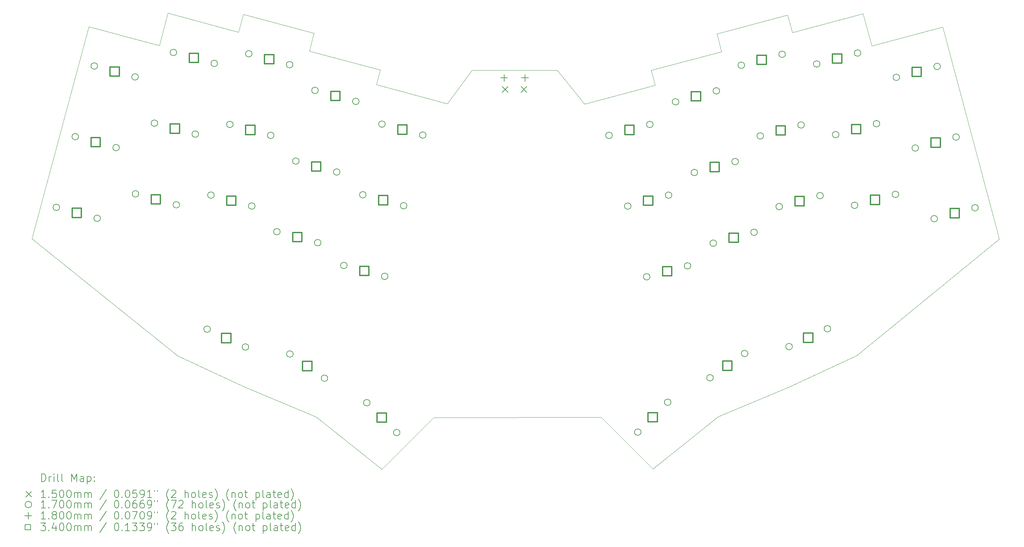
<source format=gbr>
%FSLAX45Y45*%
G04 Gerber Fmt 4.5, Leading zero omitted, Abs format (unit mm)*
G04 Created by KiCad (PCBNEW (6.0.4)) date 2022-04-18 23:02:19*
%MOMM*%
%LPD*%
G01*
G04 APERTURE LIST*
%TA.AperFunction,Profile*%
%ADD10C,0.100000*%
%TD*%
%ADD11C,0.200000*%
%ADD12C,0.150000*%
%ADD13C,0.170000*%
%ADD14C,0.180000*%
%ADD15C,0.340000*%
G04 APERTURE END LIST*
D10*
X27530000Y-8885000D02*
X23820000Y-11912500D01*
X22092500Y-12717500D02*
X20212500Y-13507500D01*
X13805000Y-4487500D02*
X13155000Y-5360000D01*
X23820000Y-11912500D02*
X22092500Y-12717500D01*
X9745000Y-13517500D02*
X7865000Y-12727500D01*
X7865000Y-12727500D02*
X6140000Y-11922500D01*
X6140000Y-11922500D02*
X2345000Y-8875000D01*
X16017500Y-4487500D02*
X13805000Y-4487500D01*
X16732500Y-5370000D02*
X16017500Y-4487500D01*
X18567500Y-4877500D02*
X16732500Y-5370000D01*
X18465000Y-4492500D02*
X18567500Y-4877500D01*
X20297500Y-4002500D02*
X18465000Y-4492500D01*
X20175000Y-3542500D02*
X20297500Y-4002500D01*
X22015000Y-3047500D02*
X20175000Y-3542500D01*
X22140000Y-3507500D02*
X22015000Y-3047500D01*
X23980000Y-3017500D02*
X22140000Y-3507500D01*
X24205000Y-3857500D02*
X23980000Y-3017500D01*
X26052500Y-3365000D02*
X24205000Y-3857500D01*
X11310000Y-4865000D02*
X13155000Y-5360000D01*
X11412500Y-4482500D02*
X11310000Y-4865000D01*
X9567500Y-3990000D02*
X11412500Y-4482500D01*
X9690000Y-3527500D02*
X9567500Y-3990000D01*
X7850000Y-3035000D02*
X9690000Y-3527500D01*
X7725000Y-3495000D02*
X7850000Y-3035000D01*
X5887500Y-3002500D02*
X7725000Y-3495000D01*
X5662500Y-3845000D02*
X5887500Y-3002500D01*
X3825000Y-3352500D02*
X5662500Y-3845000D01*
X2345000Y-8875000D02*
X3825000Y-3352500D01*
X11452500Y-14880000D02*
X9745000Y-13517500D01*
X12800000Y-13532500D02*
X11452500Y-14880000D01*
X17160000Y-13522500D02*
X12800000Y-13532500D01*
X18507500Y-14867500D02*
X17160000Y-13522500D01*
X20212500Y-13507500D02*
X18507500Y-14867500D01*
X26052500Y-3365000D02*
X27530000Y-8885000D01*
D11*
D12*
X14592300Y-4914600D02*
X14742300Y-5064600D01*
X14742300Y-4914600D02*
X14592300Y-5064600D01*
X15077300Y-4914600D02*
X15227300Y-5064600D01*
X15227300Y-4914600D02*
X15077300Y-5064600D01*
D13*
X3067390Y-8057942D02*
G75*
G03*
X3067390Y-8057942I-85000J0D01*
G01*
X3560440Y-6217854D02*
G75*
G03*
X3560440Y-6217854I-85000J0D01*
G01*
X4053490Y-4377765D02*
G75*
G03*
X4053490Y-4377765I-85000J0D01*
G01*
X4129908Y-8342643D02*
G75*
G03*
X4129908Y-8342643I-85000J0D01*
G01*
X4622958Y-6502555D02*
G75*
G03*
X4622958Y-6502555I-85000J0D01*
G01*
X5116009Y-4662466D02*
G75*
G03*
X5116009Y-4662466I-85000J0D01*
G01*
X5128026Y-7706163D02*
G75*
G03*
X5128026Y-7706163I-85000J0D01*
G01*
X5621077Y-5866074D02*
G75*
G03*
X5621077Y-5866074I-85000J0D01*
G01*
X6114127Y-4025985D02*
G75*
G03*
X6114127Y-4025985I-85000J0D01*
G01*
X6190545Y-7990864D02*
G75*
G03*
X6190545Y-7990864I-85000J0D01*
G01*
X6683595Y-6150775D02*
G75*
G03*
X6683595Y-6150775I-85000J0D01*
G01*
X6992379Y-11229491D02*
G75*
G03*
X6992379Y-11229491I-85000J0D01*
G01*
X7091378Y-7739191D02*
G75*
G03*
X7091378Y-7739191I-85000J0D01*
G01*
X7176645Y-4310686D02*
G75*
G03*
X7176645Y-4310686I-85000J0D01*
G01*
X7584428Y-5899102D02*
G75*
G03*
X7584428Y-5899102I-85000J0D01*
G01*
X7989317Y-11694371D02*
G75*
G03*
X7989317Y-11694371I-85000J0D01*
G01*
X8077478Y-4059013D02*
G75*
G03*
X8077478Y-4059013I-85000J0D01*
G01*
X8153896Y-8023892D02*
G75*
G03*
X8153896Y-8023892I-85000J0D01*
G01*
X8646946Y-6183803D02*
G75*
G03*
X8646946Y-6183803I-85000J0D01*
G01*
X8808204Y-8692263D02*
G75*
G03*
X8808204Y-8692263I-85000J0D01*
G01*
X9139997Y-4343715D02*
G75*
G03*
X9139997Y-4343715I-85000J0D01*
G01*
X9145997Y-11875030D02*
G75*
G03*
X9145997Y-11875030I-85000J0D01*
G01*
X9301254Y-6852175D02*
G75*
G03*
X9301254Y-6852175I-85000J0D01*
G01*
X9799738Y-5013542D02*
G75*
G03*
X9799738Y-5013542I-85000J0D01*
G01*
X9870722Y-8976964D02*
G75*
G03*
X9870722Y-8976964I-85000J0D01*
G01*
X10047064Y-12505964D02*
G75*
G03*
X10047064Y-12505964I-85000J0D01*
G01*
X10363772Y-7136876D02*
G75*
G03*
X10363772Y-7136876I-85000J0D01*
G01*
X10551007Y-9570121D02*
G75*
G03*
X10551007Y-9570121I-85000J0D01*
G01*
X10862256Y-5298243D02*
G75*
G03*
X10862256Y-5298243I-85000J0D01*
G01*
X11044057Y-7730033D02*
G75*
G03*
X11044057Y-7730033I-85000J0D01*
G01*
X11148955Y-13143517D02*
G75*
G03*
X11148955Y-13143517I-85000J0D01*
G01*
X11542541Y-5891400D02*
G75*
G03*
X11542541Y-5891400I-85000J0D01*
G01*
X11613525Y-9854822D02*
G75*
G03*
X11613525Y-9854822I-85000J0D01*
G01*
X11926772Y-13921334D02*
G75*
G03*
X11926772Y-13921334I-85000J0D01*
G01*
X12106576Y-8014734D02*
G75*
G03*
X12106576Y-8014734I-85000J0D01*
G01*
X12605059Y-6176101D02*
G75*
G03*
X12605059Y-6176101I-85000J0D01*
G01*
X17452909Y-6184189D02*
G75*
G03*
X17452909Y-6184189I-85000J0D01*
G01*
X17940526Y-8025733D02*
G75*
G03*
X17940526Y-8025733I-85000J0D01*
G01*
X18202433Y-13910335D02*
G75*
G03*
X18202433Y-13910335I-85000J0D01*
G01*
X18433576Y-9865822D02*
G75*
G03*
X18433576Y-9865822I-85000J0D01*
G01*
X18515428Y-5899488D02*
G75*
G03*
X18515428Y-5899488I-85000J0D01*
G01*
X18980251Y-13132517D02*
G75*
G03*
X18980251Y-13132517I-85000J0D01*
G01*
X19003044Y-7741032D02*
G75*
G03*
X19003044Y-7741032I-85000J0D01*
G01*
X19184846Y-5309243D02*
G75*
G03*
X19184846Y-5309243I-85000J0D01*
G01*
X19496095Y-9581121D02*
G75*
G03*
X19496095Y-9581121I-85000J0D01*
G01*
X19672463Y-7150787D02*
G75*
G03*
X19672463Y-7150787I-85000J0D01*
G01*
X20082141Y-12494964D02*
G75*
G03*
X20082141Y-12494964I-85000J0D01*
G01*
X20165513Y-8990876D02*
G75*
G03*
X20165513Y-8990876I-85000J0D01*
G01*
X20247364Y-5024542D02*
G75*
G03*
X20247364Y-5024542I-85000J0D01*
G01*
X20734981Y-6866086D02*
G75*
G03*
X20734981Y-6866086I-85000J0D01*
G01*
X20896238Y-4357626D02*
G75*
G03*
X20896238Y-4357626I-85000J0D01*
G01*
X20983208Y-11864030D02*
G75*
G03*
X20983208Y-11864030I-85000J0D01*
G01*
X21228031Y-8706175D02*
G75*
G03*
X21228031Y-8706175I-85000J0D01*
G01*
X21389289Y-6197715D02*
G75*
G03*
X21389289Y-6197715I-85000J0D01*
G01*
X21882339Y-8037803D02*
G75*
G03*
X21882339Y-8037803I-85000J0D01*
G01*
X21958757Y-4072925D02*
G75*
G03*
X21958757Y-4072925I-85000J0D01*
G01*
X22139888Y-11683371D02*
G75*
G03*
X22139888Y-11683371I-85000J0D01*
G01*
X22451807Y-5913014D02*
G75*
G03*
X22451807Y-5913014I-85000J0D01*
G01*
X22859590Y-4324598D02*
G75*
G03*
X22859590Y-4324598I-85000J0D01*
G01*
X22944857Y-7753102D02*
G75*
G03*
X22944857Y-7753102I-85000J0D01*
G01*
X23136826Y-11218491D02*
G75*
G03*
X23136826Y-11218491I-85000J0D01*
G01*
X23352640Y-6164687D02*
G75*
G03*
X23352640Y-6164687I-85000J0D01*
G01*
X23845690Y-8004775D02*
G75*
G03*
X23845690Y-8004775I-85000J0D01*
G01*
X23922108Y-4039897D02*
G75*
G03*
X23922108Y-4039897I-85000J0D01*
G01*
X24415158Y-5879986D02*
G75*
G03*
X24415158Y-5879986I-85000J0D01*
G01*
X24908209Y-7720074D02*
G75*
G03*
X24908209Y-7720074I-85000J0D01*
G01*
X24931093Y-4673466D02*
G75*
G03*
X24931093Y-4673466I-85000J0D01*
G01*
X25424143Y-6513554D02*
G75*
G03*
X25424143Y-6513554I-85000J0D01*
G01*
X25917194Y-8353643D02*
G75*
G03*
X25917194Y-8353643I-85000J0D01*
G01*
X25993611Y-4388765D02*
G75*
G03*
X25993611Y-4388765I-85000J0D01*
G01*
X26486662Y-6228853D02*
G75*
G03*
X26486662Y-6228853I-85000J0D01*
G01*
X26979712Y-8068942D02*
G75*
G03*
X26979712Y-8068942I-85000J0D01*
G01*
D14*
X14637300Y-4596600D02*
X14637300Y-4776600D01*
X14547300Y-4686600D02*
X14727300Y-4686600D01*
X15182300Y-4596600D02*
X15182300Y-4776600D01*
X15092300Y-4686600D02*
X15272300Y-4686600D01*
D15*
X3633858Y-8320502D02*
X3633858Y-8080084D01*
X3393439Y-8080084D01*
X3393439Y-8320502D01*
X3633858Y-8320502D01*
X4126908Y-6480413D02*
X4126908Y-6239995D01*
X3886490Y-6239995D01*
X3886490Y-6480413D01*
X4126908Y-6480413D01*
X4619959Y-4640325D02*
X4619959Y-4399906D01*
X4379540Y-4399906D01*
X4379540Y-4640325D01*
X4619959Y-4640325D01*
X5694495Y-7968723D02*
X5694495Y-7728304D01*
X5454076Y-7728304D01*
X5454076Y-7968723D01*
X5694495Y-7968723D01*
X6187545Y-6128634D02*
X6187545Y-5888215D01*
X5947126Y-5888215D01*
X5947126Y-6128634D01*
X6187545Y-6128634D01*
X6680595Y-4288545D02*
X6680595Y-4048127D01*
X6440177Y-4048127D01*
X6440177Y-4288545D01*
X6680595Y-4288545D01*
X7526057Y-11582140D02*
X7526057Y-11341721D01*
X7285639Y-11341721D01*
X7285639Y-11582140D01*
X7526057Y-11582140D01*
X7657846Y-8001751D02*
X7657846Y-7761332D01*
X7417427Y-7761332D01*
X7417427Y-8001751D01*
X7657846Y-8001751D01*
X8150896Y-6161662D02*
X8150896Y-5921243D01*
X7910478Y-5921243D01*
X7910478Y-6161662D01*
X8150896Y-6161662D01*
X8643947Y-4321573D02*
X8643947Y-4081155D01*
X8403528Y-4081155D01*
X8403528Y-4321573D01*
X8643947Y-4321573D01*
X9374672Y-8954823D02*
X9374672Y-8714405D01*
X9134254Y-8714405D01*
X9134254Y-8954823D01*
X9374672Y-8954823D01*
X9631740Y-12310706D02*
X9631740Y-12070288D01*
X9391322Y-12070288D01*
X9391322Y-12310706D01*
X9631740Y-12310706D01*
X9867723Y-7114734D02*
X9867723Y-6874316D01*
X9627304Y-6874316D01*
X9627304Y-7114734D01*
X9867723Y-7114734D01*
X10366206Y-5276102D02*
X10366206Y-5035683D01*
X10125788Y-5035683D01*
X10125788Y-5276102D01*
X10366206Y-5276102D01*
X11117475Y-9832681D02*
X11117475Y-9592263D01*
X10877057Y-9592263D01*
X10877057Y-9832681D01*
X11117475Y-9832681D01*
X11573073Y-13652635D02*
X11573073Y-13412216D01*
X11332654Y-13412216D01*
X11332654Y-13652635D01*
X11573073Y-13652635D01*
X11610526Y-7992592D02*
X11610526Y-7752174D01*
X11370107Y-7752174D01*
X11370107Y-7992592D01*
X11610526Y-7992592D01*
X12109009Y-6153960D02*
X12109009Y-5913541D01*
X11868591Y-5913541D01*
X11868591Y-6153960D01*
X12109009Y-6153960D01*
X18019378Y-6162048D02*
X18019378Y-5921629D01*
X17778959Y-5921629D01*
X17778959Y-6162048D01*
X18019378Y-6162048D01*
X18506995Y-8003592D02*
X18506995Y-7763174D01*
X18266576Y-7763174D01*
X18266576Y-8003592D01*
X18506995Y-8003592D01*
X18626551Y-13641635D02*
X18626551Y-13401217D01*
X18386133Y-13401217D01*
X18386133Y-13641635D01*
X18626551Y-13641635D01*
X19000045Y-9843681D02*
X19000045Y-9603262D01*
X18759626Y-9603262D01*
X18759626Y-9843681D01*
X19000045Y-9843681D01*
X19751314Y-5287101D02*
X19751314Y-5046683D01*
X19510896Y-5046683D01*
X19510896Y-5287101D01*
X19751314Y-5287101D01*
X20238931Y-7128646D02*
X20238931Y-6888227D01*
X19998513Y-6888227D01*
X19998513Y-7128646D01*
X20238931Y-7128646D01*
X20567884Y-12299706D02*
X20567884Y-12059288D01*
X20327465Y-12059288D01*
X20327465Y-12299706D01*
X20567884Y-12299706D01*
X20731981Y-8968735D02*
X20731981Y-8728316D01*
X20491563Y-8728316D01*
X20491563Y-8968735D01*
X20731981Y-8968735D01*
X21462707Y-4335485D02*
X21462707Y-4095066D01*
X21222288Y-4095066D01*
X21222288Y-4335485D01*
X21462707Y-4335485D01*
X21955757Y-6175573D02*
X21955757Y-5935155D01*
X21715339Y-5935155D01*
X21715339Y-6175573D01*
X21955757Y-6175573D01*
X22448807Y-8015662D02*
X22448807Y-7775244D01*
X22208389Y-7775244D01*
X22208389Y-8015662D01*
X22448807Y-8015662D01*
X22673566Y-11571140D02*
X22673566Y-11330722D01*
X22433148Y-11330722D01*
X22433148Y-11571140D01*
X22673566Y-11571140D01*
X23426058Y-4302457D02*
X23426058Y-4062038D01*
X23185640Y-4062038D01*
X23185640Y-4302457D01*
X23426058Y-4302457D01*
X23919108Y-6142545D02*
X23919108Y-5902127D01*
X23678690Y-5902127D01*
X23678690Y-6142545D01*
X23919108Y-6142545D01*
X24412159Y-7982634D02*
X24412159Y-7742215D01*
X24171740Y-7742215D01*
X24171740Y-7982634D01*
X24412159Y-7982634D01*
X25497562Y-4651325D02*
X25497562Y-4410906D01*
X25257143Y-4410906D01*
X25257143Y-4651325D01*
X25497562Y-4651325D01*
X25990612Y-6491413D02*
X25990612Y-6250995D01*
X25750193Y-6250995D01*
X25750193Y-6491413D01*
X25990612Y-6491413D01*
X26483662Y-8331502D02*
X26483662Y-8091083D01*
X26243244Y-8091083D01*
X26243244Y-8331502D01*
X26483662Y-8331502D01*
D11*
X2597619Y-15195476D02*
X2597619Y-14995476D01*
X2645238Y-14995476D01*
X2673810Y-15005000D01*
X2692857Y-15024048D01*
X2702381Y-15043095D01*
X2711905Y-15081190D01*
X2711905Y-15109762D01*
X2702381Y-15147857D01*
X2692857Y-15166905D01*
X2673810Y-15185952D01*
X2645238Y-15195476D01*
X2597619Y-15195476D01*
X2797619Y-15195476D02*
X2797619Y-15062143D01*
X2797619Y-15100238D02*
X2807143Y-15081190D01*
X2816667Y-15071667D01*
X2835714Y-15062143D01*
X2854762Y-15062143D01*
X2921428Y-15195476D02*
X2921428Y-15062143D01*
X2921428Y-14995476D02*
X2911905Y-15005000D01*
X2921428Y-15014524D01*
X2930952Y-15005000D01*
X2921428Y-14995476D01*
X2921428Y-15014524D01*
X3045238Y-15195476D02*
X3026190Y-15185952D01*
X3016667Y-15166905D01*
X3016667Y-14995476D01*
X3150000Y-15195476D02*
X3130952Y-15185952D01*
X3121428Y-15166905D01*
X3121428Y-14995476D01*
X3378571Y-15195476D02*
X3378571Y-14995476D01*
X3445238Y-15138333D01*
X3511905Y-14995476D01*
X3511905Y-15195476D01*
X3692857Y-15195476D02*
X3692857Y-15090714D01*
X3683333Y-15071667D01*
X3664286Y-15062143D01*
X3626190Y-15062143D01*
X3607143Y-15071667D01*
X3692857Y-15185952D02*
X3673809Y-15195476D01*
X3626190Y-15195476D01*
X3607143Y-15185952D01*
X3597619Y-15166905D01*
X3597619Y-15147857D01*
X3607143Y-15128809D01*
X3626190Y-15119286D01*
X3673809Y-15119286D01*
X3692857Y-15109762D01*
X3788095Y-15062143D02*
X3788095Y-15262143D01*
X3788095Y-15071667D02*
X3807143Y-15062143D01*
X3845238Y-15062143D01*
X3864286Y-15071667D01*
X3873809Y-15081190D01*
X3883333Y-15100238D01*
X3883333Y-15157381D01*
X3873809Y-15176428D01*
X3864286Y-15185952D01*
X3845238Y-15195476D01*
X3807143Y-15195476D01*
X3788095Y-15185952D01*
X3969048Y-15176428D02*
X3978571Y-15185952D01*
X3969048Y-15195476D01*
X3959524Y-15185952D01*
X3969048Y-15176428D01*
X3969048Y-15195476D01*
X3969048Y-15071667D02*
X3978571Y-15081190D01*
X3969048Y-15090714D01*
X3959524Y-15081190D01*
X3969048Y-15071667D01*
X3969048Y-15090714D01*
D12*
X2190000Y-15450000D02*
X2340000Y-15600000D01*
X2340000Y-15450000D02*
X2190000Y-15600000D01*
D11*
X2702381Y-15615476D02*
X2588095Y-15615476D01*
X2645238Y-15615476D02*
X2645238Y-15415476D01*
X2626190Y-15444048D01*
X2607143Y-15463095D01*
X2588095Y-15472619D01*
X2788095Y-15596428D02*
X2797619Y-15605952D01*
X2788095Y-15615476D01*
X2778571Y-15605952D01*
X2788095Y-15596428D01*
X2788095Y-15615476D01*
X2978571Y-15415476D02*
X2883333Y-15415476D01*
X2873809Y-15510714D01*
X2883333Y-15501190D01*
X2902381Y-15491667D01*
X2950000Y-15491667D01*
X2969048Y-15501190D01*
X2978571Y-15510714D01*
X2988095Y-15529762D01*
X2988095Y-15577381D01*
X2978571Y-15596428D01*
X2969048Y-15605952D01*
X2950000Y-15615476D01*
X2902381Y-15615476D01*
X2883333Y-15605952D01*
X2873809Y-15596428D01*
X3111905Y-15415476D02*
X3130952Y-15415476D01*
X3150000Y-15425000D01*
X3159524Y-15434524D01*
X3169048Y-15453571D01*
X3178571Y-15491667D01*
X3178571Y-15539286D01*
X3169048Y-15577381D01*
X3159524Y-15596428D01*
X3150000Y-15605952D01*
X3130952Y-15615476D01*
X3111905Y-15615476D01*
X3092857Y-15605952D01*
X3083333Y-15596428D01*
X3073809Y-15577381D01*
X3064286Y-15539286D01*
X3064286Y-15491667D01*
X3073809Y-15453571D01*
X3083333Y-15434524D01*
X3092857Y-15425000D01*
X3111905Y-15415476D01*
X3302381Y-15415476D02*
X3321428Y-15415476D01*
X3340476Y-15425000D01*
X3350000Y-15434524D01*
X3359524Y-15453571D01*
X3369048Y-15491667D01*
X3369048Y-15539286D01*
X3359524Y-15577381D01*
X3350000Y-15596428D01*
X3340476Y-15605952D01*
X3321428Y-15615476D01*
X3302381Y-15615476D01*
X3283333Y-15605952D01*
X3273809Y-15596428D01*
X3264286Y-15577381D01*
X3254762Y-15539286D01*
X3254762Y-15491667D01*
X3264286Y-15453571D01*
X3273809Y-15434524D01*
X3283333Y-15425000D01*
X3302381Y-15415476D01*
X3454762Y-15615476D02*
X3454762Y-15482143D01*
X3454762Y-15501190D02*
X3464286Y-15491667D01*
X3483333Y-15482143D01*
X3511905Y-15482143D01*
X3530952Y-15491667D01*
X3540476Y-15510714D01*
X3540476Y-15615476D01*
X3540476Y-15510714D02*
X3550000Y-15491667D01*
X3569048Y-15482143D01*
X3597619Y-15482143D01*
X3616667Y-15491667D01*
X3626190Y-15510714D01*
X3626190Y-15615476D01*
X3721428Y-15615476D02*
X3721428Y-15482143D01*
X3721428Y-15501190D02*
X3730952Y-15491667D01*
X3750000Y-15482143D01*
X3778571Y-15482143D01*
X3797619Y-15491667D01*
X3807143Y-15510714D01*
X3807143Y-15615476D01*
X3807143Y-15510714D02*
X3816667Y-15491667D01*
X3835714Y-15482143D01*
X3864286Y-15482143D01*
X3883333Y-15491667D01*
X3892857Y-15510714D01*
X3892857Y-15615476D01*
X4283333Y-15405952D02*
X4111905Y-15663095D01*
X4540476Y-15415476D02*
X4559524Y-15415476D01*
X4578571Y-15425000D01*
X4588095Y-15434524D01*
X4597619Y-15453571D01*
X4607143Y-15491667D01*
X4607143Y-15539286D01*
X4597619Y-15577381D01*
X4588095Y-15596428D01*
X4578571Y-15605952D01*
X4559524Y-15615476D01*
X4540476Y-15615476D01*
X4521429Y-15605952D01*
X4511905Y-15596428D01*
X4502381Y-15577381D01*
X4492857Y-15539286D01*
X4492857Y-15491667D01*
X4502381Y-15453571D01*
X4511905Y-15434524D01*
X4521429Y-15425000D01*
X4540476Y-15415476D01*
X4692857Y-15596428D02*
X4702381Y-15605952D01*
X4692857Y-15615476D01*
X4683333Y-15605952D01*
X4692857Y-15596428D01*
X4692857Y-15615476D01*
X4826190Y-15415476D02*
X4845238Y-15415476D01*
X4864286Y-15425000D01*
X4873810Y-15434524D01*
X4883333Y-15453571D01*
X4892857Y-15491667D01*
X4892857Y-15539286D01*
X4883333Y-15577381D01*
X4873810Y-15596428D01*
X4864286Y-15605952D01*
X4845238Y-15615476D01*
X4826190Y-15615476D01*
X4807143Y-15605952D01*
X4797619Y-15596428D01*
X4788095Y-15577381D01*
X4778571Y-15539286D01*
X4778571Y-15491667D01*
X4788095Y-15453571D01*
X4797619Y-15434524D01*
X4807143Y-15425000D01*
X4826190Y-15415476D01*
X5073810Y-15415476D02*
X4978571Y-15415476D01*
X4969048Y-15510714D01*
X4978571Y-15501190D01*
X4997619Y-15491667D01*
X5045238Y-15491667D01*
X5064286Y-15501190D01*
X5073810Y-15510714D01*
X5083333Y-15529762D01*
X5083333Y-15577381D01*
X5073810Y-15596428D01*
X5064286Y-15605952D01*
X5045238Y-15615476D01*
X4997619Y-15615476D01*
X4978571Y-15605952D01*
X4969048Y-15596428D01*
X5178571Y-15615476D02*
X5216667Y-15615476D01*
X5235714Y-15605952D01*
X5245238Y-15596428D01*
X5264286Y-15567857D01*
X5273810Y-15529762D01*
X5273810Y-15453571D01*
X5264286Y-15434524D01*
X5254762Y-15425000D01*
X5235714Y-15415476D01*
X5197619Y-15415476D01*
X5178571Y-15425000D01*
X5169048Y-15434524D01*
X5159524Y-15453571D01*
X5159524Y-15501190D01*
X5169048Y-15520238D01*
X5178571Y-15529762D01*
X5197619Y-15539286D01*
X5235714Y-15539286D01*
X5254762Y-15529762D01*
X5264286Y-15520238D01*
X5273810Y-15501190D01*
X5464286Y-15615476D02*
X5350000Y-15615476D01*
X5407143Y-15615476D02*
X5407143Y-15415476D01*
X5388095Y-15444048D01*
X5369048Y-15463095D01*
X5350000Y-15472619D01*
X5540476Y-15415476D02*
X5540476Y-15453571D01*
X5616667Y-15415476D02*
X5616667Y-15453571D01*
X5911905Y-15691667D02*
X5902381Y-15682143D01*
X5883333Y-15653571D01*
X5873809Y-15634524D01*
X5864286Y-15605952D01*
X5854762Y-15558333D01*
X5854762Y-15520238D01*
X5864286Y-15472619D01*
X5873809Y-15444048D01*
X5883333Y-15425000D01*
X5902381Y-15396428D01*
X5911905Y-15386905D01*
X5978571Y-15434524D02*
X5988095Y-15425000D01*
X6007143Y-15415476D01*
X6054762Y-15415476D01*
X6073809Y-15425000D01*
X6083333Y-15434524D01*
X6092857Y-15453571D01*
X6092857Y-15472619D01*
X6083333Y-15501190D01*
X5969048Y-15615476D01*
X6092857Y-15615476D01*
X6330952Y-15615476D02*
X6330952Y-15415476D01*
X6416667Y-15615476D02*
X6416667Y-15510714D01*
X6407143Y-15491667D01*
X6388095Y-15482143D01*
X6359524Y-15482143D01*
X6340476Y-15491667D01*
X6330952Y-15501190D01*
X6540476Y-15615476D02*
X6521428Y-15605952D01*
X6511905Y-15596428D01*
X6502381Y-15577381D01*
X6502381Y-15520238D01*
X6511905Y-15501190D01*
X6521428Y-15491667D01*
X6540476Y-15482143D01*
X6569048Y-15482143D01*
X6588095Y-15491667D01*
X6597619Y-15501190D01*
X6607143Y-15520238D01*
X6607143Y-15577381D01*
X6597619Y-15596428D01*
X6588095Y-15605952D01*
X6569048Y-15615476D01*
X6540476Y-15615476D01*
X6721428Y-15615476D02*
X6702381Y-15605952D01*
X6692857Y-15586905D01*
X6692857Y-15415476D01*
X6873809Y-15605952D02*
X6854762Y-15615476D01*
X6816667Y-15615476D01*
X6797619Y-15605952D01*
X6788095Y-15586905D01*
X6788095Y-15510714D01*
X6797619Y-15491667D01*
X6816667Y-15482143D01*
X6854762Y-15482143D01*
X6873809Y-15491667D01*
X6883333Y-15510714D01*
X6883333Y-15529762D01*
X6788095Y-15548809D01*
X6959524Y-15605952D02*
X6978571Y-15615476D01*
X7016667Y-15615476D01*
X7035714Y-15605952D01*
X7045238Y-15586905D01*
X7045238Y-15577381D01*
X7035714Y-15558333D01*
X7016667Y-15548809D01*
X6988095Y-15548809D01*
X6969048Y-15539286D01*
X6959524Y-15520238D01*
X6959524Y-15510714D01*
X6969048Y-15491667D01*
X6988095Y-15482143D01*
X7016667Y-15482143D01*
X7035714Y-15491667D01*
X7111905Y-15691667D02*
X7121428Y-15682143D01*
X7140476Y-15653571D01*
X7150000Y-15634524D01*
X7159524Y-15605952D01*
X7169048Y-15558333D01*
X7169048Y-15520238D01*
X7159524Y-15472619D01*
X7150000Y-15444048D01*
X7140476Y-15425000D01*
X7121428Y-15396428D01*
X7111905Y-15386905D01*
X7473809Y-15691667D02*
X7464286Y-15682143D01*
X7445238Y-15653571D01*
X7435714Y-15634524D01*
X7426190Y-15605952D01*
X7416667Y-15558333D01*
X7416667Y-15520238D01*
X7426190Y-15472619D01*
X7435714Y-15444048D01*
X7445238Y-15425000D01*
X7464286Y-15396428D01*
X7473809Y-15386905D01*
X7550000Y-15482143D02*
X7550000Y-15615476D01*
X7550000Y-15501190D02*
X7559524Y-15491667D01*
X7578571Y-15482143D01*
X7607143Y-15482143D01*
X7626190Y-15491667D01*
X7635714Y-15510714D01*
X7635714Y-15615476D01*
X7759524Y-15615476D02*
X7740476Y-15605952D01*
X7730952Y-15596428D01*
X7721428Y-15577381D01*
X7721428Y-15520238D01*
X7730952Y-15501190D01*
X7740476Y-15491667D01*
X7759524Y-15482143D01*
X7788095Y-15482143D01*
X7807143Y-15491667D01*
X7816667Y-15501190D01*
X7826190Y-15520238D01*
X7826190Y-15577381D01*
X7816667Y-15596428D01*
X7807143Y-15605952D01*
X7788095Y-15615476D01*
X7759524Y-15615476D01*
X7883333Y-15482143D02*
X7959524Y-15482143D01*
X7911905Y-15415476D02*
X7911905Y-15586905D01*
X7921428Y-15605952D01*
X7940476Y-15615476D01*
X7959524Y-15615476D01*
X8178571Y-15482143D02*
X8178571Y-15682143D01*
X8178571Y-15491667D02*
X8197619Y-15482143D01*
X8235714Y-15482143D01*
X8254762Y-15491667D01*
X8264286Y-15501190D01*
X8273809Y-15520238D01*
X8273809Y-15577381D01*
X8264286Y-15596428D01*
X8254762Y-15605952D01*
X8235714Y-15615476D01*
X8197619Y-15615476D01*
X8178571Y-15605952D01*
X8388095Y-15615476D02*
X8369048Y-15605952D01*
X8359524Y-15586905D01*
X8359524Y-15415476D01*
X8550000Y-15615476D02*
X8550000Y-15510714D01*
X8540476Y-15491667D01*
X8521429Y-15482143D01*
X8483333Y-15482143D01*
X8464286Y-15491667D01*
X8550000Y-15605952D02*
X8530952Y-15615476D01*
X8483333Y-15615476D01*
X8464286Y-15605952D01*
X8454762Y-15586905D01*
X8454762Y-15567857D01*
X8464286Y-15548809D01*
X8483333Y-15539286D01*
X8530952Y-15539286D01*
X8550000Y-15529762D01*
X8616667Y-15482143D02*
X8692857Y-15482143D01*
X8645238Y-15415476D02*
X8645238Y-15586905D01*
X8654762Y-15605952D01*
X8673810Y-15615476D01*
X8692857Y-15615476D01*
X8835714Y-15605952D02*
X8816667Y-15615476D01*
X8778571Y-15615476D01*
X8759524Y-15605952D01*
X8750000Y-15586905D01*
X8750000Y-15510714D01*
X8759524Y-15491667D01*
X8778571Y-15482143D01*
X8816667Y-15482143D01*
X8835714Y-15491667D01*
X8845238Y-15510714D01*
X8845238Y-15529762D01*
X8750000Y-15548809D01*
X9016667Y-15615476D02*
X9016667Y-15415476D01*
X9016667Y-15605952D02*
X8997619Y-15615476D01*
X8959524Y-15615476D01*
X8940476Y-15605952D01*
X8930952Y-15596428D01*
X8921429Y-15577381D01*
X8921429Y-15520238D01*
X8930952Y-15501190D01*
X8940476Y-15491667D01*
X8959524Y-15482143D01*
X8997619Y-15482143D01*
X9016667Y-15491667D01*
X9092857Y-15691667D02*
X9102381Y-15682143D01*
X9121429Y-15653571D01*
X9130952Y-15634524D01*
X9140476Y-15605952D01*
X9150000Y-15558333D01*
X9150000Y-15520238D01*
X9140476Y-15472619D01*
X9130952Y-15444048D01*
X9121429Y-15425000D01*
X9102381Y-15396428D01*
X9092857Y-15386905D01*
D13*
X2340000Y-15795000D02*
G75*
G03*
X2340000Y-15795000I-85000J0D01*
G01*
D11*
X2702381Y-15885476D02*
X2588095Y-15885476D01*
X2645238Y-15885476D02*
X2645238Y-15685476D01*
X2626190Y-15714048D01*
X2607143Y-15733095D01*
X2588095Y-15742619D01*
X2788095Y-15866428D02*
X2797619Y-15875952D01*
X2788095Y-15885476D01*
X2778571Y-15875952D01*
X2788095Y-15866428D01*
X2788095Y-15885476D01*
X2864286Y-15685476D02*
X2997619Y-15685476D01*
X2911905Y-15885476D01*
X3111905Y-15685476D02*
X3130952Y-15685476D01*
X3150000Y-15695000D01*
X3159524Y-15704524D01*
X3169048Y-15723571D01*
X3178571Y-15761667D01*
X3178571Y-15809286D01*
X3169048Y-15847381D01*
X3159524Y-15866428D01*
X3150000Y-15875952D01*
X3130952Y-15885476D01*
X3111905Y-15885476D01*
X3092857Y-15875952D01*
X3083333Y-15866428D01*
X3073809Y-15847381D01*
X3064286Y-15809286D01*
X3064286Y-15761667D01*
X3073809Y-15723571D01*
X3083333Y-15704524D01*
X3092857Y-15695000D01*
X3111905Y-15685476D01*
X3302381Y-15685476D02*
X3321428Y-15685476D01*
X3340476Y-15695000D01*
X3350000Y-15704524D01*
X3359524Y-15723571D01*
X3369048Y-15761667D01*
X3369048Y-15809286D01*
X3359524Y-15847381D01*
X3350000Y-15866428D01*
X3340476Y-15875952D01*
X3321428Y-15885476D01*
X3302381Y-15885476D01*
X3283333Y-15875952D01*
X3273809Y-15866428D01*
X3264286Y-15847381D01*
X3254762Y-15809286D01*
X3254762Y-15761667D01*
X3264286Y-15723571D01*
X3273809Y-15704524D01*
X3283333Y-15695000D01*
X3302381Y-15685476D01*
X3454762Y-15885476D02*
X3454762Y-15752143D01*
X3454762Y-15771190D02*
X3464286Y-15761667D01*
X3483333Y-15752143D01*
X3511905Y-15752143D01*
X3530952Y-15761667D01*
X3540476Y-15780714D01*
X3540476Y-15885476D01*
X3540476Y-15780714D02*
X3550000Y-15761667D01*
X3569048Y-15752143D01*
X3597619Y-15752143D01*
X3616667Y-15761667D01*
X3626190Y-15780714D01*
X3626190Y-15885476D01*
X3721428Y-15885476D02*
X3721428Y-15752143D01*
X3721428Y-15771190D02*
X3730952Y-15761667D01*
X3750000Y-15752143D01*
X3778571Y-15752143D01*
X3797619Y-15761667D01*
X3807143Y-15780714D01*
X3807143Y-15885476D01*
X3807143Y-15780714D02*
X3816667Y-15761667D01*
X3835714Y-15752143D01*
X3864286Y-15752143D01*
X3883333Y-15761667D01*
X3892857Y-15780714D01*
X3892857Y-15885476D01*
X4283333Y-15675952D02*
X4111905Y-15933095D01*
X4540476Y-15685476D02*
X4559524Y-15685476D01*
X4578571Y-15695000D01*
X4588095Y-15704524D01*
X4597619Y-15723571D01*
X4607143Y-15761667D01*
X4607143Y-15809286D01*
X4597619Y-15847381D01*
X4588095Y-15866428D01*
X4578571Y-15875952D01*
X4559524Y-15885476D01*
X4540476Y-15885476D01*
X4521429Y-15875952D01*
X4511905Y-15866428D01*
X4502381Y-15847381D01*
X4492857Y-15809286D01*
X4492857Y-15761667D01*
X4502381Y-15723571D01*
X4511905Y-15704524D01*
X4521429Y-15695000D01*
X4540476Y-15685476D01*
X4692857Y-15866428D02*
X4702381Y-15875952D01*
X4692857Y-15885476D01*
X4683333Y-15875952D01*
X4692857Y-15866428D01*
X4692857Y-15885476D01*
X4826190Y-15685476D02*
X4845238Y-15685476D01*
X4864286Y-15695000D01*
X4873810Y-15704524D01*
X4883333Y-15723571D01*
X4892857Y-15761667D01*
X4892857Y-15809286D01*
X4883333Y-15847381D01*
X4873810Y-15866428D01*
X4864286Y-15875952D01*
X4845238Y-15885476D01*
X4826190Y-15885476D01*
X4807143Y-15875952D01*
X4797619Y-15866428D01*
X4788095Y-15847381D01*
X4778571Y-15809286D01*
X4778571Y-15761667D01*
X4788095Y-15723571D01*
X4797619Y-15704524D01*
X4807143Y-15695000D01*
X4826190Y-15685476D01*
X5064286Y-15685476D02*
X5026190Y-15685476D01*
X5007143Y-15695000D01*
X4997619Y-15704524D01*
X4978571Y-15733095D01*
X4969048Y-15771190D01*
X4969048Y-15847381D01*
X4978571Y-15866428D01*
X4988095Y-15875952D01*
X5007143Y-15885476D01*
X5045238Y-15885476D01*
X5064286Y-15875952D01*
X5073810Y-15866428D01*
X5083333Y-15847381D01*
X5083333Y-15799762D01*
X5073810Y-15780714D01*
X5064286Y-15771190D01*
X5045238Y-15761667D01*
X5007143Y-15761667D01*
X4988095Y-15771190D01*
X4978571Y-15780714D01*
X4969048Y-15799762D01*
X5254762Y-15685476D02*
X5216667Y-15685476D01*
X5197619Y-15695000D01*
X5188095Y-15704524D01*
X5169048Y-15733095D01*
X5159524Y-15771190D01*
X5159524Y-15847381D01*
X5169048Y-15866428D01*
X5178571Y-15875952D01*
X5197619Y-15885476D01*
X5235714Y-15885476D01*
X5254762Y-15875952D01*
X5264286Y-15866428D01*
X5273810Y-15847381D01*
X5273810Y-15799762D01*
X5264286Y-15780714D01*
X5254762Y-15771190D01*
X5235714Y-15761667D01*
X5197619Y-15761667D01*
X5178571Y-15771190D01*
X5169048Y-15780714D01*
X5159524Y-15799762D01*
X5369048Y-15885476D02*
X5407143Y-15885476D01*
X5426190Y-15875952D01*
X5435714Y-15866428D01*
X5454762Y-15837857D01*
X5464286Y-15799762D01*
X5464286Y-15723571D01*
X5454762Y-15704524D01*
X5445238Y-15695000D01*
X5426190Y-15685476D01*
X5388095Y-15685476D01*
X5369048Y-15695000D01*
X5359524Y-15704524D01*
X5350000Y-15723571D01*
X5350000Y-15771190D01*
X5359524Y-15790238D01*
X5369048Y-15799762D01*
X5388095Y-15809286D01*
X5426190Y-15809286D01*
X5445238Y-15799762D01*
X5454762Y-15790238D01*
X5464286Y-15771190D01*
X5540476Y-15685476D02*
X5540476Y-15723571D01*
X5616667Y-15685476D02*
X5616667Y-15723571D01*
X5911905Y-15961667D02*
X5902381Y-15952143D01*
X5883333Y-15923571D01*
X5873809Y-15904524D01*
X5864286Y-15875952D01*
X5854762Y-15828333D01*
X5854762Y-15790238D01*
X5864286Y-15742619D01*
X5873809Y-15714048D01*
X5883333Y-15695000D01*
X5902381Y-15666428D01*
X5911905Y-15656905D01*
X5969048Y-15685476D02*
X6102381Y-15685476D01*
X6016667Y-15885476D01*
X6169048Y-15704524D02*
X6178571Y-15695000D01*
X6197619Y-15685476D01*
X6245238Y-15685476D01*
X6264286Y-15695000D01*
X6273809Y-15704524D01*
X6283333Y-15723571D01*
X6283333Y-15742619D01*
X6273809Y-15771190D01*
X6159524Y-15885476D01*
X6283333Y-15885476D01*
X6521428Y-15885476D02*
X6521428Y-15685476D01*
X6607143Y-15885476D02*
X6607143Y-15780714D01*
X6597619Y-15761667D01*
X6578571Y-15752143D01*
X6550000Y-15752143D01*
X6530952Y-15761667D01*
X6521428Y-15771190D01*
X6730952Y-15885476D02*
X6711905Y-15875952D01*
X6702381Y-15866428D01*
X6692857Y-15847381D01*
X6692857Y-15790238D01*
X6702381Y-15771190D01*
X6711905Y-15761667D01*
X6730952Y-15752143D01*
X6759524Y-15752143D01*
X6778571Y-15761667D01*
X6788095Y-15771190D01*
X6797619Y-15790238D01*
X6797619Y-15847381D01*
X6788095Y-15866428D01*
X6778571Y-15875952D01*
X6759524Y-15885476D01*
X6730952Y-15885476D01*
X6911905Y-15885476D02*
X6892857Y-15875952D01*
X6883333Y-15856905D01*
X6883333Y-15685476D01*
X7064286Y-15875952D02*
X7045238Y-15885476D01*
X7007143Y-15885476D01*
X6988095Y-15875952D01*
X6978571Y-15856905D01*
X6978571Y-15780714D01*
X6988095Y-15761667D01*
X7007143Y-15752143D01*
X7045238Y-15752143D01*
X7064286Y-15761667D01*
X7073809Y-15780714D01*
X7073809Y-15799762D01*
X6978571Y-15818809D01*
X7150000Y-15875952D02*
X7169048Y-15885476D01*
X7207143Y-15885476D01*
X7226190Y-15875952D01*
X7235714Y-15856905D01*
X7235714Y-15847381D01*
X7226190Y-15828333D01*
X7207143Y-15818809D01*
X7178571Y-15818809D01*
X7159524Y-15809286D01*
X7150000Y-15790238D01*
X7150000Y-15780714D01*
X7159524Y-15761667D01*
X7178571Y-15752143D01*
X7207143Y-15752143D01*
X7226190Y-15761667D01*
X7302381Y-15961667D02*
X7311905Y-15952143D01*
X7330952Y-15923571D01*
X7340476Y-15904524D01*
X7350000Y-15875952D01*
X7359524Y-15828333D01*
X7359524Y-15790238D01*
X7350000Y-15742619D01*
X7340476Y-15714048D01*
X7330952Y-15695000D01*
X7311905Y-15666428D01*
X7302381Y-15656905D01*
X7664286Y-15961667D02*
X7654762Y-15952143D01*
X7635714Y-15923571D01*
X7626190Y-15904524D01*
X7616667Y-15875952D01*
X7607143Y-15828333D01*
X7607143Y-15790238D01*
X7616667Y-15742619D01*
X7626190Y-15714048D01*
X7635714Y-15695000D01*
X7654762Y-15666428D01*
X7664286Y-15656905D01*
X7740476Y-15752143D02*
X7740476Y-15885476D01*
X7740476Y-15771190D02*
X7750000Y-15761667D01*
X7769048Y-15752143D01*
X7797619Y-15752143D01*
X7816667Y-15761667D01*
X7826190Y-15780714D01*
X7826190Y-15885476D01*
X7950000Y-15885476D02*
X7930952Y-15875952D01*
X7921428Y-15866428D01*
X7911905Y-15847381D01*
X7911905Y-15790238D01*
X7921428Y-15771190D01*
X7930952Y-15761667D01*
X7950000Y-15752143D01*
X7978571Y-15752143D01*
X7997619Y-15761667D01*
X8007143Y-15771190D01*
X8016667Y-15790238D01*
X8016667Y-15847381D01*
X8007143Y-15866428D01*
X7997619Y-15875952D01*
X7978571Y-15885476D01*
X7950000Y-15885476D01*
X8073809Y-15752143D02*
X8150000Y-15752143D01*
X8102381Y-15685476D02*
X8102381Y-15856905D01*
X8111905Y-15875952D01*
X8130952Y-15885476D01*
X8150000Y-15885476D01*
X8369048Y-15752143D02*
X8369048Y-15952143D01*
X8369048Y-15761667D02*
X8388095Y-15752143D01*
X8426190Y-15752143D01*
X8445238Y-15761667D01*
X8454762Y-15771190D01*
X8464286Y-15790238D01*
X8464286Y-15847381D01*
X8454762Y-15866428D01*
X8445238Y-15875952D01*
X8426190Y-15885476D01*
X8388095Y-15885476D01*
X8369048Y-15875952D01*
X8578571Y-15885476D02*
X8559524Y-15875952D01*
X8550000Y-15856905D01*
X8550000Y-15685476D01*
X8740476Y-15885476D02*
X8740476Y-15780714D01*
X8730952Y-15761667D01*
X8711905Y-15752143D01*
X8673810Y-15752143D01*
X8654762Y-15761667D01*
X8740476Y-15875952D02*
X8721429Y-15885476D01*
X8673810Y-15885476D01*
X8654762Y-15875952D01*
X8645238Y-15856905D01*
X8645238Y-15837857D01*
X8654762Y-15818809D01*
X8673810Y-15809286D01*
X8721429Y-15809286D01*
X8740476Y-15799762D01*
X8807143Y-15752143D02*
X8883333Y-15752143D01*
X8835714Y-15685476D02*
X8835714Y-15856905D01*
X8845238Y-15875952D01*
X8864286Y-15885476D01*
X8883333Y-15885476D01*
X9026190Y-15875952D02*
X9007143Y-15885476D01*
X8969048Y-15885476D01*
X8950000Y-15875952D01*
X8940476Y-15856905D01*
X8940476Y-15780714D01*
X8950000Y-15761667D01*
X8969048Y-15752143D01*
X9007143Y-15752143D01*
X9026190Y-15761667D01*
X9035714Y-15780714D01*
X9035714Y-15799762D01*
X8940476Y-15818809D01*
X9207143Y-15885476D02*
X9207143Y-15685476D01*
X9207143Y-15875952D02*
X9188095Y-15885476D01*
X9150000Y-15885476D01*
X9130952Y-15875952D01*
X9121429Y-15866428D01*
X9111905Y-15847381D01*
X9111905Y-15790238D01*
X9121429Y-15771190D01*
X9130952Y-15761667D01*
X9150000Y-15752143D01*
X9188095Y-15752143D01*
X9207143Y-15761667D01*
X9283333Y-15961667D02*
X9292857Y-15952143D01*
X9311905Y-15923571D01*
X9321429Y-15904524D01*
X9330952Y-15875952D01*
X9340476Y-15828333D01*
X9340476Y-15790238D01*
X9330952Y-15742619D01*
X9321429Y-15714048D01*
X9311905Y-15695000D01*
X9292857Y-15666428D01*
X9283333Y-15656905D01*
D14*
X2250000Y-15995000D02*
X2250000Y-16175000D01*
X2160000Y-16085000D02*
X2340000Y-16085000D01*
D11*
X2702381Y-16175476D02*
X2588095Y-16175476D01*
X2645238Y-16175476D02*
X2645238Y-15975476D01*
X2626190Y-16004048D01*
X2607143Y-16023095D01*
X2588095Y-16032619D01*
X2788095Y-16156428D02*
X2797619Y-16165952D01*
X2788095Y-16175476D01*
X2778571Y-16165952D01*
X2788095Y-16156428D01*
X2788095Y-16175476D01*
X2911905Y-16061190D02*
X2892857Y-16051667D01*
X2883333Y-16042143D01*
X2873809Y-16023095D01*
X2873809Y-16013571D01*
X2883333Y-15994524D01*
X2892857Y-15985000D01*
X2911905Y-15975476D01*
X2950000Y-15975476D01*
X2969048Y-15985000D01*
X2978571Y-15994524D01*
X2988095Y-16013571D01*
X2988095Y-16023095D01*
X2978571Y-16042143D01*
X2969048Y-16051667D01*
X2950000Y-16061190D01*
X2911905Y-16061190D01*
X2892857Y-16070714D01*
X2883333Y-16080238D01*
X2873809Y-16099286D01*
X2873809Y-16137381D01*
X2883333Y-16156428D01*
X2892857Y-16165952D01*
X2911905Y-16175476D01*
X2950000Y-16175476D01*
X2969048Y-16165952D01*
X2978571Y-16156428D01*
X2988095Y-16137381D01*
X2988095Y-16099286D01*
X2978571Y-16080238D01*
X2969048Y-16070714D01*
X2950000Y-16061190D01*
X3111905Y-15975476D02*
X3130952Y-15975476D01*
X3150000Y-15985000D01*
X3159524Y-15994524D01*
X3169048Y-16013571D01*
X3178571Y-16051667D01*
X3178571Y-16099286D01*
X3169048Y-16137381D01*
X3159524Y-16156428D01*
X3150000Y-16165952D01*
X3130952Y-16175476D01*
X3111905Y-16175476D01*
X3092857Y-16165952D01*
X3083333Y-16156428D01*
X3073809Y-16137381D01*
X3064286Y-16099286D01*
X3064286Y-16051667D01*
X3073809Y-16013571D01*
X3083333Y-15994524D01*
X3092857Y-15985000D01*
X3111905Y-15975476D01*
X3302381Y-15975476D02*
X3321428Y-15975476D01*
X3340476Y-15985000D01*
X3350000Y-15994524D01*
X3359524Y-16013571D01*
X3369048Y-16051667D01*
X3369048Y-16099286D01*
X3359524Y-16137381D01*
X3350000Y-16156428D01*
X3340476Y-16165952D01*
X3321428Y-16175476D01*
X3302381Y-16175476D01*
X3283333Y-16165952D01*
X3273809Y-16156428D01*
X3264286Y-16137381D01*
X3254762Y-16099286D01*
X3254762Y-16051667D01*
X3264286Y-16013571D01*
X3273809Y-15994524D01*
X3283333Y-15985000D01*
X3302381Y-15975476D01*
X3454762Y-16175476D02*
X3454762Y-16042143D01*
X3454762Y-16061190D02*
X3464286Y-16051667D01*
X3483333Y-16042143D01*
X3511905Y-16042143D01*
X3530952Y-16051667D01*
X3540476Y-16070714D01*
X3540476Y-16175476D01*
X3540476Y-16070714D02*
X3550000Y-16051667D01*
X3569048Y-16042143D01*
X3597619Y-16042143D01*
X3616667Y-16051667D01*
X3626190Y-16070714D01*
X3626190Y-16175476D01*
X3721428Y-16175476D02*
X3721428Y-16042143D01*
X3721428Y-16061190D02*
X3730952Y-16051667D01*
X3750000Y-16042143D01*
X3778571Y-16042143D01*
X3797619Y-16051667D01*
X3807143Y-16070714D01*
X3807143Y-16175476D01*
X3807143Y-16070714D02*
X3816667Y-16051667D01*
X3835714Y-16042143D01*
X3864286Y-16042143D01*
X3883333Y-16051667D01*
X3892857Y-16070714D01*
X3892857Y-16175476D01*
X4283333Y-15965952D02*
X4111905Y-16223095D01*
X4540476Y-15975476D02*
X4559524Y-15975476D01*
X4578571Y-15985000D01*
X4588095Y-15994524D01*
X4597619Y-16013571D01*
X4607143Y-16051667D01*
X4607143Y-16099286D01*
X4597619Y-16137381D01*
X4588095Y-16156428D01*
X4578571Y-16165952D01*
X4559524Y-16175476D01*
X4540476Y-16175476D01*
X4521429Y-16165952D01*
X4511905Y-16156428D01*
X4502381Y-16137381D01*
X4492857Y-16099286D01*
X4492857Y-16051667D01*
X4502381Y-16013571D01*
X4511905Y-15994524D01*
X4521429Y-15985000D01*
X4540476Y-15975476D01*
X4692857Y-16156428D02*
X4702381Y-16165952D01*
X4692857Y-16175476D01*
X4683333Y-16165952D01*
X4692857Y-16156428D01*
X4692857Y-16175476D01*
X4826190Y-15975476D02*
X4845238Y-15975476D01*
X4864286Y-15985000D01*
X4873810Y-15994524D01*
X4883333Y-16013571D01*
X4892857Y-16051667D01*
X4892857Y-16099286D01*
X4883333Y-16137381D01*
X4873810Y-16156428D01*
X4864286Y-16165952D01*
X4845238Y-16175476D01*
X4826190Y-16175476D01*
X4807143Y-16165952D01*
X4797619Y-16156428D01*
X4788095Y-16137381D01*
X4778571Y-16099286D01*
X4778571Y-16051667D01*
X4788095Y-16013571D01*
X4797619Y-15994524D01*
X4807143Y-15985000D01*
X4826190Y-15975476D01*
X4959524Y-15975476D02*
X5092857Y-15975476D01*
X5007143Y-16175476D01*
X5207143Y-15975476D02*
X5226190Y-15975476D01*
X5245238Y-15985000D01*
X5254762Y-15994524D01*
X5264286Y-16013571D01*
X5273810Y-16051667D01*
X5273810Y-16099286D01*
X5264286Y-16137381D01*
X5254762Y-16156428D01*
X5245238Y-16165952D01*
X5226190Y-16175476D01*
X5207143Y-16175476D01*
X5188095Y-16165952D01*
X5178571Y-16156428D01*
X5169048Y-16137381D01*
X5159524Y-16099286D01*
X5159524Y-16051667D01*
X5169048Y-16013571D01*
X5178571Y-15994524D01*
X5188095Y-15985000D01*
X5207143Y-15975476D01*
X5369048Y-16175476D02*
X5407143Y-16175476D01*
X5426190Y-16165952D01*
X5435714Y-16156428D01*
X5454762Y-16127857D01*
X5464286Y-16089762D01*
X5464286Y-16013571D01*
X5454762Y-15994524D01*
X5445238Y-15985000D01*
X5426190Y-15975476D01*
X5388095Y-15975476D01*
X5369048Y-15985000D01*
X5359524Y-15994524D01*
X5350000Y-16013571D01*
X5350000Y-16061190D01*
X5359524Y-16080238D01*
X5369048Y-16089762D01*
X5388095Y-16099286D01*
X5426190Y-16099286D01*
X5445238Y-16089762D01*
X5454762Y-16080238D01*
X5464286Y-16061190D01*
X5540476Y-15975476D02*
X5540476Y-16013571D01*
X5616667Y-15975476D02*
X5616667Y-16013571D01*
X5911905Y-16251667D02*
X5902381Y-16242143D01*
X5883333Y-16213571D01*
X5873809Y-16194524D01*
X5864286Y-16165952D01*
X5854762Y-16118333D01*
X5854762Y-16080238D01*
X5864286Y-16032619D01*
X5873809Y-16004048D01*
X5883333Y-15985000D01*
X5902381Y-15956428D01*
X5911905Y-15946905D01*
X5978571Y-15994524D02*
X5988095Y-15985000D01*
X6007143Y-15975476D01*
X6054762Y-15975476D01*
X6073809Y-15985000D01*
X6083333Y-15994524D01*
X6092857Y-16013571D01*
X6092857Y-16032619D01*
X6083333Y-16061190D01*
X5969048Y-16175476D01*
X6092857Y-16175476D01*
X6330952Y-16175476D02*
X6330952Y-15975476D01*
X6416667Y-16175476D02*
X6416667Y-16070714D01*
X6407143Y-16051667D01*
X6388095Y-16042143D01*
X6359524Y-16042143D01*
X6340476Y-16051667D01*
X6330952Y-16061190D01*
X6540476Y-16175476D02*
X6521428Y-16165952D01*
X6511905Y-16156428D01*
X6502381Y-16137381D01*
X6502381Y-16080238D01*
X6511905Y-16061190D01*
X6521428Y-16051667D01*
X6540476Y-16042143D01*
X6569048Y-16042143D01*
X6588095Y-16051667D01*
X6597619Y-16061190D01*
X6607143Y-16080238D01*
X6607143Y-16137381D01*
X6597619Y-16156428D01*
X6588095Y-16165952D01*
X6569048Y-16175476D01*
X6540476Y-16175476D01*
X6721428Y-16175476D02*
X6702381Y-16165952D01*
X6692857Y-16146905D01*
X6692857Y-15975476D01*
X6873809Y-16165952D02*
X6854762Y-16175476D01*
X6816667Y-16175476D01*
X6797619Y-16165952D01*
X6788095Y-16146905D01*
X6788095Y-16070714D01*
X6797619Y-16051667D01*
X6816667Y-16042143D01*
X6854762Y-16042143D01*
X6873809Y-16051667D01*
X6883333Y-16070714D01*
X6883333Y-16089762D01*
X6788095Y-16108809D01*
X6959524Y-16165952D02*
X6978571Y-16175476D01*
X7016667Y-16175476D01*
X7035714Y-16165952D01*
X7045238Y-16146905D01*
X7045238Y-16137381D01*
X7035714Y-16118333D01*
X7016667Y-16108809D01*
X6988095Y-16108809D01*
X6969048Y-16099286D01*
X6959524Y-16080238D01*
X6959524Y-16070714D01*
X6969048Y-16051667D01*
X6988095Y-16042143D01*
X7016667Y-16042143D01*
X7035714Y-16051667D01*
X7111905Y-16251667D02*
X7121428Y-16242143D01*
X7140476Y-16213571D01*
X7150000Y-16194524D01*
X7159524Y-16165952D01*
X7169048Y-16118333D01*
X7169048Y-16080238D01*
X7159524Y-16032619D01*
X7150000Y-16004048D01*
X7140476Y-15985000D01*
X7121428Y-15956428D01*
X7111905Y-15946905D01*
X7473809Y-16251667D02*
X7464286Y-16242143D01*
X7445238Y-16213571D01*
X7435714Y-16194524D01*
X7426190Y-16165952D01*
X7416667Y-16118333D01*
X7416667Y-16080238D01*
X7426190Y-16032619D01*
X7435714Y-16004048D01*
X7445238Y-15985000D01*
X7464286Y-15956428D01*
X7473809Y-15946905D01*
X7550000Y-16042143D02*
X7550000Y-16175476D01*
X7550000Y-16061190D02*
X7559524Y-16051667D01*
X7578571Y-16042143D01*
X7607143Y-16042143D01*
X7626190Y-16051667D01*
X7635714Y-16070714D01*
X7635714Y-16175476D01*
X7759524Y-16175476D02*
X7740476Y-16165952D01*
X7730952Y-16156428D01*
X7721428Y-16137381D01*
X7721428Y-16080238D01*
X7730952Y-16061190D01*
X7740476Y-16051667D01*
X7759524Y-16042143D01*
X7788095Y-16042143D01*
X7807143Y-16051667D01*
X7816667Y-16061190D01*
X7826190Y-16080238D01*
X7826190Y-16137381D01*
X7816667Y-16156428D01*
X7807143Y-16165952D01*
X7788095Y-16175476D01*
X7759524Y-16175476D01*
X7883333Y-16042143D02*
X7959524Y-16042143D01*
X7911905Y-15975476D02*
X7911905Y-16146905D01*
X7921428Y-16165952D01*
X7940476Y-16175476D01*
X7959524Y-16175476D01*
X8178571Y-16042143D02*
X8178571Y-16242143D01*
X8178571Y-16051667D02*
X8197619Y-16042143D01*
X8235714Y-16042143D01*
X8254762Y-16051667D01*
X8264286Y-16061190D01*
X8273809Y-16080238D01*
X8273809Y-16137381D01*
X8264286Y-16156428D01*
X8254762Y-16165952D01*
X8235714Y-16175476D01*
X8197619Y-16175476D01*
X8178571Y-16165952D01*
X8388095Y-16175476D02*
X8369048Y-16165952D01*
X8359524Y-16146905D01*
X8359524Y-15975476D01*
X8550000Y-16175476D02*
X8550000Y-16070714D01*
X8540476Y-16051667D01*
X8521429Y-16042143D01*
X8483333Y-16042143D01*
X8464286Y-16051667D01*
X8550000Y-16165952D02*
X8530952Y-16175476D01*
X8483333Y-16175476D01*
X8464286Y-16165952D01*
X8454762Y-16146905D01*
X8454762Y-16127857D01*
X8464286Y-16108809D01*
X8483333Y-16099286D01*
X8530952Y-16099286D01*
X8550000Y-16089762D01*
X8616667Y-16042143D02*
X8692857Y-16042143D01*
X8645238Y-15975476D02*
X8645238Y-16146905D01*
X8654762Y-16165952D01*
X8673810Y-16175476D01*
X8692857Y-16175476D01*
X8835714Y-16165952D02*
X8816667Y-16175476D01*
X8778571Y-16175476D01*
X8759524Y-16165952D01*
X8750000Y-16146905D01*
X8750000Y-16070714D01*
X8759524Y-16051667D01*
X8778571Y-16042143D01*
X8816667Y-16042143D01*
X8835714Y-16051667D01*
X8845238Y-16070714D01*
X8845238Y-16089762D01*
X8750000Y-16108809D01*
X9016667Y-16175476D02*
X9016667Y-15975476D01*
X9016667Y-16165952D02*
X8997619Y-16175476D01*
X8959524Y-16175476D01*
X8940476Y-16165952D01*
X8930952Y-16156428D01*
X8921429Y-16137381D01*
X8921429Y-16080238D01*
X8930952Y-16061190D01*
X8940476Y-16051667D01*
X8959524Y-16042143D01*
X8997619Y-16042143D01*
X9016667Y-16051667D01*
X9092857Y-16251667D02*
X9102381Y-16242143D01*
X9121429Y-16213571D01*
X9130952Y-16194524D01*
X9140476Y-16165952D01*
X9150000Y-16118333D01*
X9150000Y-16080238D01*
X9140476Y-16032619D01*
X9130952Y-16004048D01*
X9121429Y-15985000D01*
X9102381Y-15956428D01*
X9092857Y-15946905D01*
X2310711Y-16455711D02*
X2310711Y-16314289D01*
X2169289Y-16314289D01*
X2169289Y-16455711D01*
X2310711Y-16455711D01*
X2578571Y-16275476D02*
X2702381Y-16275476D01*
X2635714Y-16351667D01*
X2664286Y-16351667D01*
X2683333Y-16361190D01*
X2692857Y-16370714D01*
X2702381Y-16389762D01*
X2702381Y-16437381D01*
X2692857Y-16456428D01*
X2683333Y-16465952D01*
X2664286Y-16475476D01*
X2607143Y-16475476D01*
X2588095Y-16465952D01*
X2578571Y-16456428D01*
X2788095Y-16456428D02*
X2797619Y-16465952D01*
X2788095Y-16475476D01*
X2778571Y-16465952D01*
X2788095Y-16456428D01*
X2788095Y-16475476D01*
X2969048Y-16342143D02*
X2969048Y-16475476D01*
X2921428Y-16265952D02*
X2873809Y-16408809D01*
X2997619Y-16408809D01*
X3111905Y-16275476D02*
X3130952Y-16275476D01*
X3150000Y-16285000D01*
X3159524Y-16294524D01*
X3169048Y-16313571D01*
X3178571Y-16351667D01*
X3178571Y-16399286D01*
X3169048Y-16437381D01*
X3159524Y-16456428D01*
X3150000Y-16465952D01*
X3130952Y-16475476D01*
X3111905Y-16475476D01*
X3092857Y-16465952D01*
X3083333Y-16456428D01*
X3073809Y-16437381D01*
X3064286Y-16399286D01*
X3064286Y-16351667D01*
X3073809Y-16313571D01*
X3083333Y-16294524D01*
X3092857Y-16285000D01*
X3111905Y-16275476D01*
X3302381Y-16275476D02*
X3321428Y-16275476D01*
X3340476Y-16285000D01*
X3350000Y-16294524D01*
X3359524Y-16313571D01*
X3369048Y-16351667D01*
X3369048Y-16399286D01*
X3359524Y-16437381D01*
X3350000Y-16456428D01*
X3340476Y-16465952D01*
X3321428Y-16475476D01*
X3302381Y-16475476D01*
X3283333Y-16465952D01*
X3273809Y-16456428D01*
X3264286Y-16437381D01*
X3254762Y-16399286D01*
X3254762Y-16351667D01*
X3264286Y-16313571D01*
X3273809Y-16294524D01*
X3283333Y-16285000D01*
X3302381Y-16275476D01*
X3454762Y-16475476D02*
X3454762Y-16342143D01*
X3454762Y-16361190D02*
X3464286Y-16351667D01*
X3483333Y-16342143D01*
X3511905Y-16342143D01*
X3530952Y-16351667D01*
X3540476Y-16370714D01*
X3540476Y-16475476D01*
X3540476Y-16370714D02*
X3550000Y-16351667D01*
X3569048Y-16342143D01*
X3597619Y-16342143D01*
X3616667Y-16351667D01*
X3626190Y-16370714D01*
X3626190Y-16475476D01*
X3721428Y-16475476D02*
X3721428Y-16342143D01*
X3721428Y-16361190D02*
X3730952Y-16351667D01*
X3750000Y-16342143D01*
X3778571Y-16342143D01*
X3797619Y-16351667D01*
X3807143Y-16370714D01*
X3807143Y-16475476D01*
X3807143Y-16370714D02*
X3816667Y-16351667D01*
X3835714Y-16342143D01*
X3864286Y-16342143D01*
X3883333Y-16351667D01*
X3892857Y-16370714D01*
X3892857Y-16475476D01*
X4283333Y-16265952D02*
X4111905Y-16523095D01*
X4540476Y-16275476D02*
X4559524Y-16275476D01*
X4578571Y-16285000D01*
X4588095Y-16294524D01*
X4597619Y-16313571D01*
X4607143Y-16351667D01*
X4607143Y-16399286D01*
X4597619Y-16437381D01*
X4588095Y-16456428D01*
X4578571Y-16465952D01*
X4559524Y-16475476D01*
X4540476Y-16475476D01*
X4521429Y-16465952D01*
X4511905Y-16456428D01*
X4502381Y-16437381D01*
X4492857Y-16399286D01*
X4492857Y-16351667D01*
X4502381Y-16313571D01*
X4511905Y-16294524D01*
X4521429Y-16285000D01*
X4540476Y-16275476D01*
X4692857Y-16456428D02*
X4702381Y-16465952D01*
X4692857Y-16475476D01*
X4683333Y-16465952D01*
X4692857Y-16456428D01*
X4692857Y-16475476D01*
X4892857Y-16475476D02*
X4778571Y-16475476D01*
X4835714Y-16475476D02*
X4835714Y-16275476D01*
X4816667Y-16304048D01*
X4797619Y-16323095D01*
X4778571Y-16332619D01*
X4959524Y-16275476D02*
X5083333Y-16275476D01*
X5016667Y-16351667D01*
X5045238Y-16351667D01*
X5064286Y-16361190D01*
X5073810Y-16370714D01*
X5083333Y-16389762D01*
X5083333Y-16437381D01*
X5073810Y-16456428D01*
X5064286Y-16465952D01*
X5045238Y-16475476D01*
X4988095Y-16475476D01*
X4969048Y-16465952D01*
X4959524Y-16456428D01*
X5150000Y-16275476D02*
X5273810Y-16275476D01*
X5207143Y-16351667D01*
X5235714Y-16351667D01*
X5254762Y-16361190D01*
X5264286Y-16370714D01*
X5273810Y-16389762D01*
X5273810Y-16437381D01*
X5264286Y-16456428D01*
X5254762Y-16465952D01*
X5235714Y-16475476D01*
X5178571Y-16475476D01*
X5159524Y-16465952D01*
X5150000Y-16456428D01*
X5369048Y-16475476D02*
X5407143Y-16475476D01*
X5426190Y-16465952D01*
X5435714Y-16456428D01*
X5454762Y-16427857D01*
X5464286Y-16389762D01*
X5464286Y-16313571D01*
X5454762Y-16294524D01*
X5445238Y-16285000D01*
X5426190Y-16275476D01*
X5388095Y-16275476D01*
X5369048Y-16285000D01*
X5359524Y-16294524D01*
X5350000Y-16313571D01*
X5350000Y-16361190D01*
X5359524Y-16380238D01*
X5369048Y-16389762D01*
X5388095Y-16399286D01*
X5426190Y-16399286D01*
X5445238Y-16389762D01*
X5454762Y-16380238D01*
X5464286Y-16361190D01*
X5540476Y-16275476D02*
X5540476Y-16313571D01*
X5616667Y-16275476D02*
X5616667Y-16313571D01*
X5911905Y-16551667D02*
X5902381Y-16542143D01*
X5883333Y-16513571D01*
X5873809Y-16494524D01*
X5864286Y-16465952D01*
X5854762Y-16418333D01*
X5854762Y-16380238D01*
X5864286Y-16332619D01*
X5873809Y-16304048D01*
X5883333Y-16285000D01*
X5902381Y-16256428D01*
X5911905Y-16246905D01*
X5969048Y-16275476D02*
X6092857Y-16275476D01*
X6026190Y-16351667D01*
X6054762Y-16351667D01*
X6073809Y-16361190D01*
X6083333Y-16370714D01*
X6092857Y-16389762D01*
X6092857Y-16437381D01*
X6083333Y-16456428D01*
X6073809Y-16465952D01*
X6054762Y-16475476D01*
X5997619Y-16475476D01*
X5978571Y-16465952D01*
X5969048Y-16456428D01*
X6264286Y-16275476D02*
X6226190Y-16275476D01*
X6207143Y-16285000D01*
X6197619Y-16294524D01*
X6178571Y-16323095D01*
X6169048Y-16361190D01*
X6169048Y-16437381D01*
X6178571Y-16456428D01*
X6188095Y-16465952D01*
X6207143Y-16475476D01*
X6245238Y-16475476D01*
X6264286Y-16465952D01*
X6273809Y-16456428D01*
X6283333Y-16437381D01*
X6283333Y-16389762D01*
X6273809Y-16370714D01*
X6264286Y-16361190D01*
X6245238Y-16351667D01*
X6207143Y-16351667D01*
X6188095Y-16361190D01*
X6178571Y-16370714D01*
X6169048Y-16389762D01*
X6521428Y-16475476D02*
X6521428Y-16275476D01*
X6607143Y-16475476D02*
X6607143Y-16370714D01*
X6597619Y-16351667D01*
X6578571Y-16342143D01*
X6550000Y-16342143D01*
X6530952Y-16351667D01*
X6521428Y-16361190D01*
X6730952Y-16475476D02*
X6711905Y-16465952D01*
X6702381Y-16456428D01*
X6692857Y-16437381D01*
X6692857Y-16380238D01*
X6702381Y-16361190D01*
X6711905Y-16351667D01*
X6730952Y-16342143D01*
X6759524Y-16342143D01*
X6778571Y-16351667D01*
X6788095Y-16361190D01*
X6797619Y-16380238D01*
X6797619Y-16437381D01*
X6788095Y-16456428D01*
X6778571Y-16465952D01*
X6759524Y-16475476D01*
X6730952Y-16475476D01*
X6911905Y-16475476D02*
X6892857Y-16465952D01*
X6883333Y-16446905D01*
X6883333Y-16275476D01*
X7064286Y-16465952D02*
X7045238Y-16475476D01*
X7007143Y-16475476D01*
X6988095Y-16465952D01*
X6978571Y-16446905D01*
X6978571Y-16370714D01*
X6988095Y-16351667D01*
X7007143Y-16342143D01*
X7045238Y-16342143D01*
X7064286Y-16351667D01*
X7073809Y-16370714D01*
X7073809Y-16389762D01*
X6978571Y-16408809D01*
X7150000Y-16465952D02*
X7169048Y-16475476D01*
X7207143Y-16475476D01*
X7226190Y-16465952D01*
X7235714Y-16446905D01*
X7235714Y-16437381D01*
X7226190Y-16418333D01*
X7207143Y-16408809D01*
X7178571Y-16408809D01*
X7159524Y-16399286D01*
X7150000Y-16380238D01*
X7150000Y-16370714D01*
X7159524Y-16351667D01*
X7178571Y-16342143D01*
X7207143Y-16342143D01*
X7226190Y-16351667D01*
X7302381Y-16551667D02*
X7311905Y-16542143D01*
X7330952Y-16513571D01*
X7340476Y-16494524D01*
X7350000Y-16465952D01*
X7359524Y-16418333D01*
X7359524Y-16380238D01*
X7350000Y-16332619D01*
X7340476Y-16304048D01*
X7330952Y-16285000D01*
X7311905Y-16256428D01*
X7302381Y-16246905D01*
X7664286Y-16551667D02*
X7654762Y-16542143D01*
X7635714Y-16513571D01*
X7626190Y-16494524D01*
X7616667Y-16465952D01*
X7607143Y-16418333D01*
X7607143Y-16380238D01*
X7616667Y-16332619D01*
X7626190Y-16304048D01*
X7635714Y-16285000D01*
X7654762Y-16256428D01*
X7664286Y-16246905D01*
X7740476Y-16342143D02*
X7740476Y-16475476D01*
X7740476Y-16361190D02*
X7750000Y-16351667D01*
X7769048Y-16342143D01*
X7797619Y-16342143D01*
X7816667Y-16351667D01*
X7826190Y-16370714D01*
X7826190Y-16475476D01*
X7950000Y-16475476D02*
X7930952Y-16465952D01*
X7921428Y-16456428D01*
X7911905Y-16437381D01*
X7911905Y-16380238D01*
X7921428Y-16361190D01*
X7930952Y-16351667D01*
X7950000Y-16342143D01*
X7978571Y-16342143D01*
X7997619Y-16351667D01*
X8007143Y-16361190D01*
X8016667Y-16380238D01*
X8016667Y-16437381D01*
X8007143Y-16456428D01*
X7997619Y-16465952D01*
X7978571Y-16475476D01*
X7950000Y-16475476D01*
X8073809Y-16342143D02*
X8150000Y-16342143D01*
X8102381Y-16275476D02*
X8102381Y-16446905D01*
X8111905Y-16465952D01*
X8130952Y-16475476D01*
X8150000Y-16475476D01*
X8369048Y-16342143D02*
X8369048Y-16542143D01*
X8369048Y-16351667D02*
X8388095Y-16342143D01*
X8426190Y-16342143D01*
X8445238Y-16351667D01*
X8454762Y-16361190D01*
X8464286Y-16380238D01*
X8464286Y-16437381D01*
X8454762Y-16456428D01*
X8445238Y-16465952D01*
X8426190Y-16475476D01*
X8388095Y-16475476D01*
X8369048Y-16465952D01*
X8578571Y-16475476D02*
X8559524Y-16465952D01*
X8550000Y-16446905D01*
X8550000Y-16275476D01*
X8740476Y-16475476D02*
X8740476Y-16370714D01*
X8730952Y-16351667D01*
X8711905Y-16342143D01*
X8673810Y-16342143D01*
X8654762Y-16351667D01*
X8740476Y-16465952D02*
X8721429Y-16475476D01*
X8673810Y-16475476D01*
X8654762Y-16465952D01*
X8645238Y-16446905D01*
X8645238Y-16427857D01*
X8654762Y-16408809D01*
X8673810Y-16399286D01*
X8721429Y-16399286D01*
X8740476Y-16389762D01*
X8807143Y-16342143D02*
X8883333Y-16342143D01*
X8835714Y-16275476D02*
X8835714Y-16446905D01*
X8845238Y-16465952D01*
X8864286Y-16475476D01*
X8883333Y-16475476D01*
X9026190Y-16465952D02*
X9007143Y-16475476D01*
X8969048Y-16475476D01*
X8950000Y-16465952D01*
X8940476Y-16446905D01*
X8940476Y-16370714D01*
X8950000Y-16351667D01*
X8969048Y-16342143D01*
X9007143Y-16342143D01*
X9026190Y-16351667D01*
X9035714Y-16370714D01*
X9035714Y-16389762D01*
X8940476Y-16408809D01*
X9207143Y-16475476D02*
X9207143Y-16275476D01*
X9207143Y-16465952D02*
X9188095Y-16475476D01*
X9150000Y-16475476D01*
X9130952Y-16465952D01*
X9121429Y-16456428D01*
X9111905Y-16437381D01*
X9111905Y-16380238D01*
X9121429Y-16361190D01*
X9130952Y-16351667D01*
X9150000Y-16342143D01*
X9188095Y-16342143D01*
X9207143Y-16351667D01*
X9283333Y-16551667D02*
X9292857Y-16542143D01*
X9311905Y-16513571D01*
X9321429Y-16494524D01*
X9330952Y-16465952D01*
X9340476Y-16418333D01*
X9340476Y-16380238D01*
X9330952Y-16332619D01*
X9321429Y-16304048D01*
X9311905Y-16285000D01*
X9292857Y-16256428D01*
X9283333Y-16246905D01*
M02*

</source>
